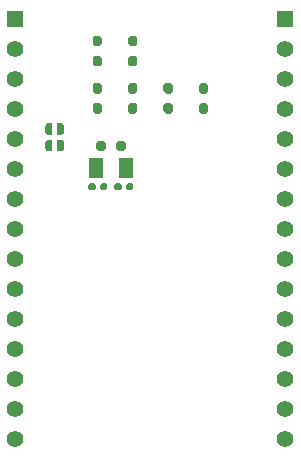
<source format=gbs>
G04 #@! TF.GenerationSoftware,KiCad,Pcbnew,(5.1.10-1-10_14)*
G04 #@! TF.CreationDate,2021-12-01T23:11:49+09:00*
G04 #@! TF.ProjectId,DIP-ESP32,4449502d-4553-4503-9332-2e6b69636164,V1.0*
G04 #@! TF.SameCoordinates,Original*
G04 #@! TF.FileFunction,Soldermask,Bot*
G04 #@! TF.FilePolarity,Negative*
%FSLAX46Y46*%
G04 Gerber Fmt 4.6, Leading zero omitted, Abs format (unit mm)*
G04 Created by KiCad (PCBNEW (5.1.10-1-10_14)) date 2021-12-01 23:11:49*
%MOMM*%
%LPD*%
G01*
G04 APERTURE LIST*
%ADD10R,1.200000X1.800000*%
%ADD11C,0.100000*%
%ADD12C,1.400000*%
%ADD13R,1.400000X1.400000*%
G04 APERTURE END LIST*
D10*
X-4650000Y-13900000D03*
X-2050000Y-13900000D03*
G36*
G01*
X-4650000Y-12250000D02*
X-4650000Y-11850000D01*
G75*
G02*
X-4450000Y-11650000I200000J0D01*
G01*
X-3950000Y-11650000D01*
G75*
G02*
X-3750000Y-11850000I0J-200000D01*
G01*
X-3750000Y-12250000D01*
G75*
G02*
X-3950000Y-12450000I-200000J0D01*
G01*
X-4450000Y-12450000D01*
G75*
G02*
X-4650000Y-12250000I0J200000D01*
G01*
G37*
G36*
G01*
X-2950000Y-12250000D02*
X-2950000Y-11850000D01*
G75*
G02*
X-2750000Y-11650000I200000J0D01*
G01*
X-2250000Y-11650000D01*
G75*
G02*
X-2050000Y-11850000I0J-200000D01*
G01*
X-2050000Y-12250000D01*
G75*
G02*
X-2250000Y-12450000I-200000J0D01*
G01*
X-2750000Y-12450000D01*
G75*
G02*
X-2950000Y-12250000I0J200000D01*
G01*
G37*
D11*
G36*
X-7900000Y-11500000D02*
G01*
X-7600000Y-11500000D01*
X-7600000Y-11500361D01*
X-7585280Y-11500361D01*
X-7555981Y-11503247D01*
X-7527106Y-11508991D01*
X-7498933Y-11517537D01*
X-7471733Y-11528803D01*
X-7445769Y-11542681D01*
X-7421290Y-11559038D01*
X-7398532Y-11577715D01*
X-7377715Y-11598532D01*
X-7359038Y-11621290D01*
X-7342681Y-11645769D01*
X-7328803Y-11671733D01*
X-7317537Y-11698933D01*
X-7308991Y-11727106D01*
X-7304437Y-11750000D01*
X-7300000Y-11750000D01*
X-7300000Y-12250000D01*
X-7304437Y-12250000D01*
X-7308991Y-12272894D01*
X-7317537Y-12301067D01*
X-7328803Y-12328267D01*
X-7342681Y-12354231D01*
X-7359038Y-12378710D01*
X-7377715Y-12401468D01*
X-7398532Y-12422285D01*
X-7421290Y-12440962D01*
X-7445769Y-12457319D01*
X-7471733Y-12471197D01*
X-7498933Y-12482463D01*
X-7527106Y-12491009D01*
X-7555981Y-12496753D01*
X-7585280Y-12499639D01*
X-7600000Y-12499639D01*
X-7600000Y-12500000D01*
X-7900000Y-12500000D01*
X-7900000Y-11500000D01*
G37*
G36*
X-8600000Y-12499639D02*
G01*
X-8614720Y-12499639D01*
X-8644019Y-12496753D01*
X-8672894Y-12491009D01*
X-8701067Y-12482463D01*
X-8728267Y-12471197D01*
X-8754231Y-12457319D01*
X-8778710Y-12440962D01*
X-8801468Y-12422285D01*
X-8822285Y-12401468D01*
X-8840962Y-12378710D01*
X-8857319Y-12354231D01*
X-8871197Y-12328267D01*
X-8882463Y-12301067D01*
X-8891009Y-12272894D01*
X-8895563Y-12250000D01*
X-8900000Y-12250000D01*
X-8900000Y-11750000D01*
X-8895563Y-11750000D01*
X-8891009Y-11727106D01*
X-8882463Y-11698933D01*
X-8871197Y-11671733D01*
X-8857319Y-11645769D01*
X-8840962Y-11621290D01*
X-8822285Y-11598532D01*
X-8801468Y-11577715D01*
X-8778710Y-11559038D01*
X-8754231Y-11542681D01*
X-8728267Y-11528803D01*
X-8701067Y-11517537D01*
X-8672894Y-11508991D01*
X-8644019Y-11503247D01*
X-8614720Y-11500361D01*
X-8600000Y-11500361D01*
X-8600000Y-11500000D01*
X-8300000Y-11500000D01*
X-8300000Y-12500000D01*
X-8600000Y-12500000D01*
X-8600000Y-12499639D01*
G37*
G36*
X-7900000Y-10100000D02*
G01*
X-7600000Y-10100000D01*
X-7600000Y-10100361D01*
X-7585280Y-10100361D01*
X-7555981Y-10103247D01*
X-7527106Y-10108991D01*
X-7498933Y-10117537D01*
X-7471733Y-10128803D01*
X-7445769Y-10142681D01*
X-7421290Y-10159038D01*
X-7398532Y-10177715D01*
X-7377715Y-10198532D01*
X-7359038Y-10221290D01*
X-7342681Y-10245769D01*
X-7328803Y-10271733D01*
X-7317537Y-10298933D01*
X-7308991Y-10327106D01*
X-7304437Y-10350000D01*
X-7300000Y-10350000D01*
X-7300000Y-10850000D01*
X-7304437Y-10850000D01*
X-7308991Y-10872894D01*
X-7317537Y-10901067D01*
X-7328803Y-10928267D01*
X-7342681Y-10954231D01*
X-7359038Y-10978710D01*
X-7377715Y-11001468D01*
X-7398532Y-11022285D01*
X-7421290Y-11040962D01*
X-7445769Y-11057319D01*
X-7471733Y-11071197D01*
X-7498933Y-11082463D01*
X-7527106Y-11091009D01*
X-7555981Y-11096753D01*
X-7585280Y-11099639D01*
X-7600000Y-11099639D01*
X-7600000Y-11100000D01*
X-7900000Y-11100000D01*
X-7900000Y-10100000D01*
G37*
G36*
X-8600000Y-11099639D02*
G01*
X-8614720Y-11099639D01*
X-8644019Y-11096753D01*
X-8672894Y-11091009D01*
X-8701067Y-11082463D01*
X-8728267Y-11071197D01*
X-8754231Y-11057319D01*
X-8778710Y-11040962D01*
X-8801468Y-11022285D01*
X-8822285Y-11001468D01*
X-8840962Y-10978710D01*
X-8857319Y-10954231D01*
X-8871197Y-10928267D01*
X-8882463Y-10901067D01*
X-8891009Y-10872894D01*
X-8895563Y-10850000D01*
X-8900000Y-10850000D01*
X-8900000Y-10350000D01*
X-8895563Y-10350000D01*
X-8891009Y-10327106D01*
X-8882463Y-10298933D01*
X-8871197Y-10271733D01*
X-8857319Y-10245769D01*
X-8840962Y-10221290D01*
X-8822285Y-10198532D01*
X-8801468Y-10177715D01*
X-8778710Y-10159038D01*
X-8754231Y-10142681D01*
X-8728267Y-10128803D01*
X-8701067Y-10117537D01*
X-8672894Y-10108991D01*
X-8644019Y-10103247D01*
X-8614720Y-10100361D01*
X-8600000Y-10100361D01*
X-8600000Y-10100000D01*
X-8300000Y-10100000D01*
X-8300000Y-11100000D01*
X-8600000Y-11100000D01*
X-8600000Y-11099639D01*
G37*
G36*
G01*
X-5250000Y-15650000D02*
X-5250000Y-15350000D01*
G75*
G02*
X-5100000Y-15200000I150000J0D01*
G01*
X-4800000Y-15200000D01*
G75*
G02*
X-4650000Y-15350000I0J-150000D01*
G01*
X-4650000Y-15650000D01*
G75*
G02*
X-4800000Y-15800000I-150000J0D01*
G01*
X-5100000Y-15800000D01*
G75*
G02*
X-5250000Y-15650000I0J150000D01*
G01*
G37*
G36*
G01*
X-4250000Y-15650000D02*
X-4250000Y-15350000D01*
G75*
G02*
X-4100000Y-15200000I150000J0D01*
G01*
X-3800000Y-15200000D01*
G75*
G02*
X-3650000Y-15350000I0J-150000D01*
G01*
X-3650000Y-15650000D01*
G75*
G02*
X-3800000Y-15800000I-150000J0D01*
G01*
X-4100000Y-15800000D01*
G75*
G02*
X-4250000Y-15650000I0J150000D01*
G01*
G37*
G36*
G01*
X-1450000Y-15350000D02*
X-1450000Y-15650000D01*
G75*
G02*
X-1600000Y-15800000I-150000J0D01*
G01*
X-1900000Y-15800000D01*
G75*
G02*
X-2050000Y-15650000I0J150000D01*
G01*
X-2050000Y-15350000D01*
G75*
G02*
X-1900000Y-15200000I150000J0D01*
G01*
X-1600000Y-15200000D01*
G75*
G02*
X-1450000Y-15350000I0J-150000D01*
G01*
G37*
G36*
G01*
X-2450000Y-15350000D02*
X-2450000Y-15650000D01*
G75*
G02*
X-2600000Y-15800000I-150000J0D01*
G01*
X-2900000Y-15800000D01*
G75*
G02*
X-3050000Y-15650000I0J150000D01*
G01*
X-3050000Y-15350000D01*
G75*
G02*
X-2900000Y-15200000I150000J0D01*
G01*
X-2600000Y-15200000D01*
G75*
G02*
X-2450000Y-15350000I0J-150000D01*
G01*
G37*
G36*
G01*
X1700000Y-9300000D02*
X1300000Y-9300000D01*
G75*
G02*
X1100000Y-9100000I0J200000D01*
G01*
X1100000Y-8600000D01*
G75*
G02*
X1300000Y-8400000I200000J0D01*
G01*
X1700000Y-8400000D01*
G75*
G02*
X1900000Y-8600000I0J-200000D01*
G01*
X1900000Y-9100000D01*
G75*
G02*
X1700000Y-9300000I-200000J0D01*
G01*
G37*
G36*
G01*
X1700000Y-7600000D02*
X1300000Y-7600000D01*
G75*
G02*
X1100000Y-7400000I0J200000D01*
G01*
X1100000Y-6900000D01*
G75*
G02*
X1300000Y-6700000I200000J0D01*
G01*
X1700000Y-6700000D01*
G75*
G02*
X1900000Y-6900000I0J-200000D01*
G01*
X1900000Y-7400000D01*
G75*
G02*
X1700000Y-7600000I-200000J0D01*
G01*
G37*
G36*
G01*
X4300000Y-6700000D02*
X4700000Y-6700000D01*
G75*
G02*
X4900000Y-6900000I0J-200000D01*
G01*
X4900000Y-7400000D01*
G75*
G02*
X4700000Y-7600000I-200000J0D01*
G01*
X4300000Y-7600000D01*
G75*
G02*
X4100000Y-7400000I0J200000D01*
G01*
X4100000Y-6900000D01*
G75*
G02*
X4300000Y-6700000I200000J0D01*
G01*
G37*
G36*
G01*
X4300000Y-8400000D02*
X4700000Y-8400000D01*
G75*
G02*
X4900000Y-8600000I0J-200000D01*
G01*
X4900000Y-9100000D01*
G75*
G02*
X4700000Y-9300000I-200000J0D01*
G01*
X4300000Y-9300000D01*
G75*
G02*
X4100000Y-9100000I0J200000D01*
G01*
X4100000Y-8600000D01*
G75*
G02*
X4300000Y-8400000I200000J0D01*
G01*
G37*
G36*
G01*
X-4700000Y-6700000D02*
X-4300000Y-6700000D01*
G75*
G02*
X-4100000Y-6900000I0J-200000D01*
G01*
X-4100000Y-7400000D01*
G75*
G02*
X-4300000Y-7600000I-200000J0D01*
G01*
X-4700000Y-7600000D01*
G75*
G02*
X-4900000Y-7400000I0J200000D01*
G01*
X-4900000Y-6900000D01*
G75*
G02*
X-4700000Y-6700000I200000J0D01*
G01*
G37*
G36*
G01*
X-4700000Y-8400000D02*
X-4300000Y-8400000D01*
G75*
G02*
X-4100000Y-8600000I0J-200000D01*
G01*
X-4100000Y-9100000D01*
G75*
G02*
X-4300000Y-9300000I-200000J0D01*
G01*
X-4700000Y-9300000D01*
G75*
G02*
X-4900000Y-9100000I0J200000D01*
G01*
X-4900000Y-8600000D01*
G75*
G02*
X-4700000Y-8400000I200000J0D01*
G01*
G37*
D12*
X11430000Y-34290000D03*
D13*
X11430000Y-1270000D03*
D12*
X11430000Y-3810000D03*
X11430000Y-6350000D03*
X11430000Y-8890000D03*
X11430000Y-11430000D03*
X11430000Y-13970000D03*
X11430000Y-16510000D03*
X11430000Y-19050000D03*
X11430000Y-21590000D03*
X11430000Y-24130000D03*
X11430000Y-26670000D03*
X11430000Y-29210000D03*
X11430000Y-31750000D03*
X11430000Y-36830000D03*
X-11430000Y-36830000D03*
X-11430000Y-34290000D03*
X-11430000Y-31750000D03*
X-11430000Y-29210000D03*
X-11430000Y-26670000D03*
X-11430000Y-24130000D03*
X-11430000Y-21590000D03*
X-11430000Y-19050000D03*
X-11430000Y-16510000D03*
X-11430000Y-13970000D03*
X-11430000Y-11430000D03*
X-11430000Y-8890000D03*
X-11430000Y-6350000D03*
X-11430000Y-3810000D03*
D13*
X-11430000Y-1270000D03*
G36*
G01*
X-1300000Y-9300000D02*
X-1700000Y-9300000D01*
G75*
G02*
X-1900000Y-9100000I0J200000D01*
G01*
X-1900000Y-8600000D01*
G75*
G02*
X-1700000Y-8400000I200000J0D01*
G01*
X-1300000Y-8400000D01*
G75*
G02*
X-1100000Y-8600000I0J-200000D01*
G01*
X-1100000Y-9100000D01*
G75*
G02*
X-1300000Y-9300000I-200000J0D01*
G01*
G37*
G36*
G01*
X-1300000Y-7600000D02*
X-1700000Y-7600000D01*
G75*
G02*
X-1900000Y-7400000I0J200000D01*
G01*
X-1900000Y-6900000D01*
G75*
G02*
X-1700000Y-6700000I200000J0D01*
G01*
X-1300000Y-6700000D01*
G75*
G02*
X-1100000Y-6900000I0J-200000D01*
G01*
X-1100000Y-7400000D01*
G75*
G02*
X-1300000Y-7600000I-200000J0D01*
G01*
G37*
G36*
G01*
X-1300000Y-5300000D02*
X-1700000Y-5300000D01*
G75*
G02*
X-1900000Y-5100000I0J200000D01*
G01*
X-1900000Y-4600000D01*
G75*
G02*
X-1700000Y-4400000I200000J0D01*
G01*
X-1300000Y-4400000D01*
G75*
G02*
X-1100000Y-4600000I0J-200000D01*
G01*
X-1100000Y-5100000D01*
G75*
G02*
X-1300000Y-5300000I-200000J0D01*
G01*
G37*
G36*
G01*
X-1300000Y-3600000D02*
X-1700000Y-3600000D01*
G75*
G02*
X-1900000Y-3400000I0J200000D01*
G01*
X-1900000Y-2900000D01*
G75*
G02*
X-1700000Y-2700000I200000J0D01*
G01*
X-1300000Y-2700000D01*
G75*
G02*
X-1100000Y-2900000I0J-200000D01*
G01*
X-1100000Y-3400000D01*
G75*
G02*
X-1300000Y-3600000I-200000J0D01*
G01*
G37*
G36*
G01*
X-4300000Y-5300000D02*
X-4700000Y-5300000D01*
G75*
G02*
X-4900000Y-5100000I0J200000D01*
G01*
X-4900000Y-4600000D01*
G75*
G02*
X-4700000Y-4400000I200000J0D01*
G01*
X-4300000Y-4400000D01*
G75*
G02*
X-4100000Y-4600000I0J-200000D01*
G01*
X-4100000Y-5100000D01*
G75*
G02*
X-4300000Y-5300000I-200000J0D01*
G01*
G37*
G36*
G01*
X-4300000Y-3600000D02*
X-4700000Y-3600000D01*
G75*
G02*
X-4900000Y-3400000I0J200000D01*
G01*
X-4900000Y-2900000D01*
G75*
G02*
X-4700000Y-2700000I200000J0D01*
G01*
X-4300000Y-2700000D01*
G75*
G02*
X-4100000Y-2900000I0J-200000D01*
G01*
X-4100000Y-3400000D01*
G75*
G02*
X-4300000Y-3600000I-200000J0D01*
G01*
G37*
M02*

</source>
